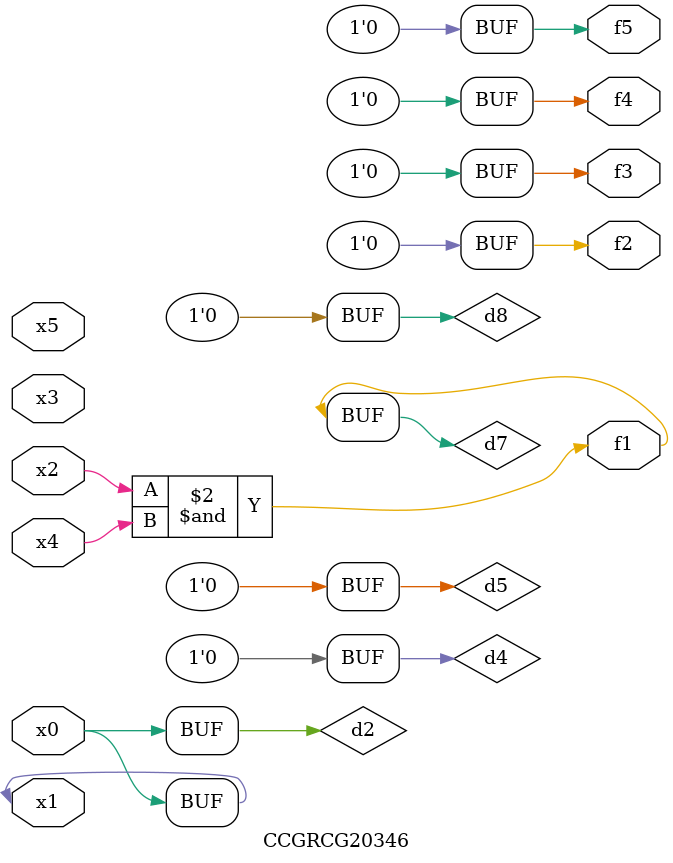
<source format=v>
module CCGRCG20346(
	input x0, x1, x2, x3, x4, x5,
	output f1, f2, f3, f4, f5
);

	wire d1, d2, d3, d4, d5, d6, d7, d8, d9;

	nand (d1, x1);
	buf (d2, x0, x1);
	nand (d3, x2, x4);
	and (d4, d1, d2);
	and (d5, d1, d2);
	nand (d6, d1, d3);
	not (d7, d3);
	xor (d8, d5);
	nor (d9, d5, d6);
	assign f1 = d7;
	assign f2 = d8;
	assign f3 = d8;
	assign f4 = d8;
	assign f5 = d8;
endmodule

</source>
